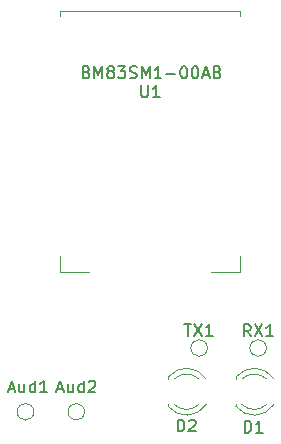
<source format=gbr>
%TF.GenerationSoftware,KiCad,Pcbnew,8.0.3*%
%TF.CreationDate,2024-07-23T20:10:18-07:00*%
%TF.ProjectId,BM-83 Carrier PCB,424d2d38-3320-4436-9172-726965722050,rev?*%
%TF.SameCoordinates,Original*%
%TF.FileFunction,Legend,Top*%
%TF.FilePolarity,Positive*%
%FSLAX46Y46*%
G04 Gerber Fmt 4.6, Leading zero omitted, Abs format (unit mm)*
G04 Created by KiCad (PCBNEW 8.0.3) date 2024-07-23 20:10:18*
%MOMM*%
%LPD*%
G01*
G04 APERTURE LIST*
%ADD10C,0.150000*%
%ADD11C,0.120000*%
G04 APERTURE END LIST*
D10*
X154557142Y-94206819D02*
X154223809Y-93730628D01*
X153985714Y-94206819D02*
X153985714Y-93206819D01*
X153985714Y-93206819D02*
X154366666Y-93206819D01*
X154366666Y-93206819D02*
X154461904Y-93254438D01*
X154461904Y-93254438D02*
X154509523Y-93302057D01*
X154509523Y-93302057D02*
X154557142Y-93397295D01*
X154557142Y-93397295D02*
X154557142Y-93540152D01*
X154557142Y-93540152D02*
X154509523Y-93635390D01*
X154509523Y-93635390D02*
X154461904Y-93683009D01*
X154461904Y-93683009D02*
X154366666Y-93730628D01*
X154366666Y-93730628D02*
X153985714Y-93730628D01*
X154890476Y-93206819D02*
X155557142Y-94206819D01*
X155557142Y-93206819D02*
X154890476Y-94206819D01*
X156461904Y-94206819D02*
X155890476Y-94206819D01*
X156176190Y-94206819D02*
X156176190Y-93206819D01*
X156176190Y-93206819D02*
X156080952Y-93349676D01*
X156080952Y-93349676D02*
X155985714Y-93444914D01*
X155985714Y-93444914D02*
X155890476Y-93492533D01*
X148961905Y-93154819D02*
X149533333Y-93154819D01*
X149247619Y-94154819D02*
X149247619Y-93154819D01*
X149771429Y-93154819D02*
X150438095Y-94154819D01*
X150438095Y-93154819D02*
X149771429Y-94154819D01*
X151342857Y-94154819D02*
X150771429Y-94154819D01*
X151057143Y-94154819D02*
X151057143Y-93154819D01*
X151057143Y-93154819D02*
X150961905Y-93297676D01*
X150961905Y-93297676D02*
X150866667Y-93392914D01*
X150866667Y-93392914D02*
X150771429Y-93440533D01*
X134080952Y-98669104D02*
X134557142Y-98669104D01*
X133985714Y-98954819D02*
X134319047Y-97954819D01*
X134319047Y-97954819D02*
X134652380Y-98954819D01*
X135414285Y-98288152D02*
X135414285Y-98954819D01*
X134985714Y-98288152D02*
X134985714Y-98811961D01*
X134985714Y-98811961D02*
X135033333Y-98907200D01*
X135033333Y-98907200D02*
X135128571Y-98954819D01*
X135128571Y-98954819D02*
X135271428Y-98954819D01*
X135271428Y-98954819D02*
X135366666Y-98907200D01*
X135366666Y-98907200D02*
X135414285Y-98859580D01*
X136319047Y-98954819D02*
X136319047Y-97954819D01*
X136319047Y-98907200D02*
X136223809Y-98954819D01*
X136223809Y-98954819D02*
X136033333Y-98954819D01*
X136033333Y-98954819D02*
X135938095Y-98907200D01*
X135938095Y-98907200D02*
X135890476Y-98859580D01*
X135890476Y-98859580D02*
X135842857Y-98764342D01*
X135842857Y-98764342D02*
X135842857Y-98478628D01*
X135842857Y-98478628D02*
X135890476Y-98383390D01*
X135890476Y-98383390D02*
X135938095Y-98335771D01*
X135938095Y-98335771D02*
X136033333Y-98288152D01*
X136033333Y-98288152D02*
X136223809Y-98288152D01*
X136223809Y-98288152D02*
X136319047Y-98335771D01*
X137319047Y-98954819D02*
X136747619Y-98954819D01*
X137033333Y-98954819D02*
X137033333Y-97954819D01*
X137033333Y-97954819D02*
X136938095Y-98097676D01*
X136938095Y-98097676D02*
X136842857Y-98192914D01*
X136842857Y-98192914D02*
X136747619Y-98240533D01*
X145288095Y-72954819D02*
X145288095Y-73764342D01*
X145288095Y-73764342D02*
X145335714Y-73859580D01*
X145335714Y-73859580D02*
X145383333Y-73907200D01*
X145383333Y-73907200D02*
X145478571Y-73954819D01*
X145478571Y-73954819D02*
X145669047Y-73954819D01*
X145669047Y-73954819D02*
X145764285Y-73907200D01*
X145764285Y-73907200D02*
X145811904Y-73859580D01*
X145811904Y-73859580D02*
X145859523Y-73764342D01*
X145859523Y-73764342D02*
X145859523Y-72954819D01*
X146859523Y-73954819D02*
X146288095Y-73954819D01*
X146573809Y-73954819D02*
X146573809Y-72954819D01*
X146573809Y-72954819D02*
X146478571Y-73097676D01*
X146478571Y-73097676D02*
X146383333Y-73192914D01*
X146383333Y-73192914D02*
X146288095Y-73240533D01*
X140670112Y-71831009D02*
X140812969Y-71878628D01*
X140812969Y-71878628D02*
X140860588Y-71926247D01*
X140860588Y-71926247D02*
X140908207Y-72021485D01*
X140908207Y-72021485D02*
X140908207Y-72164342D01*
X140908207Y-72164342D02*
X140860588Y-72259580D01*
X140860588Y-72259580D02*
X140812969Y-72307200D01*
X140812969Y-72307200D02*
X140717731Y-72354819D01*
X140717731Y-72354819D02*
X140336779Y-72354819D01*
X140336779Y-72354819D02*
X140336779Y-71354819D01*
X140336779Y-71354819D02*
X140670112Y-71354819D01*
X140670112Y-71354819D02*
X140765350Y-71402438D01*
X140765350Y-71402438D02*
X140812969Y-71450057D01*
X140812969Y-71450057D02*
X140860588Y-71545295D01*
X140860588Y-71545295D02*
X140860588Y-71640533D01*
X140860588Y-71640533D02*
X140812969Y-71735771D01*
X140812969Y-71735771D02*
X140765350Y-71783390D01*
X140765350Y-71783390D02*
X140670112Y-71831009D01*
X140670112Y-71831009D02*
X140336779Y-71831009D01*
X141336779Y-72354819D02*
X141336779Y-71354819D01*
X141336779Y-71354819D02*
X141670112Y-72069104D01*
X141670112Y-72069104D02*
X142003445Y-71354819D01*
X142003445Y-71354819D02*
X142003445Y-72354819D01*
X142622493Y-71783390D02*
X142527255Y-71735771D01*
X142527255Y-71735771D02*
X142479636Y-71688152D01*
X142479636Y-71688152D02*
X142432017Y-71592914D01*
X142432017Y-71592914D02*
X142432017Y-71545295D01*
X142432017Y-71545295D02*
X142479636Y-71450057D01*
X142479636Y-71450057D02*
X142527255Y-71402438D01*
X142527255Y-71402438D02*
X142622493Y-71354819D01*
X142622493Y-71354819D02*
X142812969Y-71354819D01*
X142812969Y-71354819D02*
X142908207Y-71402438D01*
X142908207Y-71402438D02*
X142955826Y-71450057D01*
X142955826Y-71450057D02*
X143003445Y-71545295D01*
X143003445Y-71545295D02*
X143003445Y-71592914D01*
X143003445Y-71592914D02*
X142955826Y-71688152D01*
X142955826Y-71688152D02*
X142908207Y-71735771D01*
X142908207Y-71735771D02*
X142812969Y-71783390D01*
X142812969Y-71783390D02*
X142622493Y-71783390D01*
X142622493Y-71783390D02*
X142527255Y-71831009D01*
X142527255Y-71831009D02*
X142479636Y-71878628D01*
X142479636Y-71878628D02*
X142432017Y-71973866D01*
X142432017Y-71973866D02*
X142432017Y-72164342D01*
X142432017Y-72164342D02*
X142479636Y-72259580D01*
X142479636Y-72259580D02*
X142527255Y-72307200D01*
X142527255Y-72307200D02*
X142622493Y-72354819D01*
X142622493Y-72354819D02*
X142812969Y-72354819D01*
X142812969Y-72354819D02*
X142908207Y-72307200D01*
X142908207Y-72307200D02*
X142955826Y-72259580D01*
X142955826Y-72259580D02*
X143003445Y-72164342D01*
X143003445Y-72164342D02*
X143003445Y-71973866D01*
X143003445Y-71973866D02*
X142955826Y-71878628D01*
X142955826Y-71878628D02*
X142908207Y-71831009D01*
X142908207Y-71831009D02*
X142812969Y-71783390D01*
X143336779Y-71354819D02*
X143955826Y-71354819D01*
X143955826Y-71354819D02*
X143622493Y-71735771D01*
X143622493Y-71735771D02*
X143765350Y-71735771D01*
X143765350Y-71735771D02*
X143860588Y-71783390D01*
X143860588Y-71783390D02*
X143908207Y-71831009D01*
X143908207Y-71831009D02*
X143955826Y-71926247D01*
X143955826Y-71926247D02*
X143955826Y-72164342D01*
X143955826Y-72164342D02*
X143908207Y-72259580D01*
X143908207Y-72259580D02*
X143860588Y-72307200D01*
X143860588Y-72307200D02*
X143765350Y-72354819D01*
X143765350Y-72354819D02*
X143479636Y-72354819D01*
X143479636Y-72354819D02*
X143384398Y-72307200D01*
X143384398Y-72307200D02*
X143336779Y-72259580D01*
X144336779Y-72307200D02*
X144479636Y-72354819D01*
X144479636Y-72354819D02*
X144717731Y-72354819D01*
X144717731Y-72354819D02*
X144812969Y-72307200D01*
X144812969Y-72307200D02*
X144860588Y-72259580D01*
X144860588Y-72259580D02*
X144908207Y-72164342D01*
X144908207Y-72164342D02*
X144908207Y-72069104D01*
X144908207Y-72069104D02*
X144860588Y-71973866D01*
X144860588Y-71973866D02*
X144812969Y-71926247D01*
X144812969Y-71926247D02*
X144717731Y-71878628D01*
X144717731Y-71878628D02*
X144527255Y-71831009D01*
X144527255Y-71831009D02*
X144432017Y-71783390D01*
X144432017Y-71783390D02*
X144384398Y-71735771D01*
X144384398Y-71735771D02*
X144336779Y-71640533D01*
X144336779Y-71640533D02*
X144336779Y-71545295D01*
X144336779Y-71545295D02*
X144384398Y-71450057D01*
X144384398Y-71450057D02*
X144432017Y-71402438D01*
X144432017Y-71402438D02*
X144527255Y-71354819D01*
X144527255Y-71354819D02*
X144765350Y-71354819D01*
X144765350Y-71354819D02*
X144908207Y-71402438D01*
X145336779Y-72354819D02*
X145336779Y-71354819D01*
X145336779Y-71354819D02*
X145670112Y-72069104D01*
X145670112Y-72069104D02*
X146003445Y-71354819D01*
X146003445Y-71354819D02*
X146003445Y-72354819D01*
X147003445Y-72354819D02*
X146432017Y-72354819D01*
X146717731Y-72354819D02*
X146717731Y-71354819D01*
X146717731Y-71354819D02*
X146622493Y-71497676D01*
X146622493Y-71497676D02*
X146527255Y-71592914D01*
X146527255Y-71592914D02*
X146432017Y-71640533D01*
X147432017Y-71973866D02*
X148193922Y-71973866D01*
X148860588Y-71354819D02*
X148955826Y-71354819D01*
X148955826Y-71354819D02*
X149051064Y-71402438D01*
X149051064Y-71402438D02*
X149098683Y-71450057D01*
X149098683Y-71450057D02*
X149146302Y-71545295D01*
X149146302Y-71545295D02*
X149193921Y-71735771D01*
X149193921Y-71735771D02*
X149193921Y-71973866D01*
X149193921Y-71973866D02*
X149146302Y-72164342D01*
X149146302Y-72164342D02*
X149098683Y-72259580D01*
X149098683Y-72259580D02*
X149051064Y-72307200D01*
X149051064Y-72307200D02*
X148955826Y-72354819D01*
X148955826Y-72354819D02*
X148860588Y-72354819D01*
X148860588Y-72354819D02*
X148765350Y-72307200D01*
X148765350Y-72307200D02*
X148717731Y-72259580D01*
X148717731Y-72259580D02*
X148670112Y-72164342D01*
X148670112Y-72164342D02*
X148622493Y-71973866D01*
X148622493Y-71973866D02*
X148622493Y-71735771D01*
X148622493Y-71735771D02*
X148670112Y-71545295D01*
X148670112Y-71545295D02*
X148717731Y-71450057D01*
X148717731Y-71450057D02*
X148765350Y-71402438D01*
X148765350Y-71402438D02*
X148860588Y-71354819D01*
X149812969Y-71354819D02*
X149908207Y-71354819D01*
X149908207Y-71354819D02*
X150003445Y-71402438D01*
X150003445Y-71402438D02*
X150051064Y-71450057D01*
X150051064Y-71450057D02*
X150098683Y-71545295D01*
X150098683Y-71545295D02*
X150146302Y-71735771D01*
X150146302Y-71735771D02*
X150146302Y-71973866D01*
X150146302Y-71973866D02*
X150098683Y-72164342D01*
X150098683Y-72164342D02*
X150051064Y-72259580D01*
X150051064Y-72259580D02*
X150003445Y-72307200D01*
X150003445Y-72307200D02*
X149908207Y-72354819D01*
X149908207Y-72354819D02*
X149812969Y-72354819D01*
X149812969Y-72354819D02*
X149717731Y-72307200D01*
X149717731Y-72307200D02*
X149670112Y-72259580D01*
X149670112Y-72259580D02*
X149622493Y-72164342D01*
X149622493Y-72164342D02*
X149574874Y-71973866D01*
X149574874Y-71973866D02*
X149574874Y-71735771D01*
X149574874Y-71735771D02*
X149622493Y-71545295D01*
X149622493Y-71545295D02*
X149670112Y-71450057D01*
X149670112Y-71450057D02*
X149717731Y-71402438D01*
X149717731Y-71402438D02*
X149812969Y-71354819D01*
X150527255Y-72069104D02*
X151003445Y-72069104D01*
X150432017Y-72354819D02*
X150765350Y-71354819D01*
X150765350Y-71354819D02*
X151098683Y-72354819D01*
X151765350Y-71831009D02*
X151908207Y-71878628D01*
X151908207Y-71878628D02*
X151955826Y-71926247D01*
X151955826Y-71926247D02*
X152003445Y-72021485D01*
X152003445Y-72021485D02*
X152003445Y-72164342D01*
X152003445Y-72164342D02*
X151955826Y-72259580D01*
X151955826Y-72259580D02*
X151908207Y-72307200D01*
X151908207Y-72307200D02*
X151812969Y-72354819D01*
X151812969Y-72354819D02*
X151432017Y-72354819D01*
X151432017Y-72354819D02*
X151432017Y-71354819D01*
X151432017Y-71354819D02*
X151765350Y-71354819D01*
X151765350Y-71354819D02*
X151860588Y-71402438D01*
X151860588Y-71402438D02*
X151908207Y-71450057D01*
X151908207Y-71450057D02*
X151955826Y-71545295D01*
X151955826Y-71545295D02*
X151955826Y-71640533D01*
X151955826Y-71640533D02*
X151908207Y-71735771D01*
X151908207Y-71735771D02*
X151860588Y-71783390D01*
X151860588Y-71783390D02*
X151765350Y-71831009D01*
X151765350Y-71831009D02*
X151432017Y-71831009D01*
X138180952Y-98669104D02*
X138657142Y-98669104D01*
X138085714Y-98954819D02*
X138419047Y-97954819D01*
X138419047Y-97954819D02*
X138752380Y-98954819D01*
X139514285Y-98288152D02*
X139514285Y-98954819D01*
X139085714Y-98288152D02*
X139085714Y-98811961D01*
X139085714Y-98811961D02*
X139133333Y-98907200D01*
X139133333Y-98907200D02*
X139228571Y-98954819D01*
X139228571Y-98954819D02*
X139371428Y-98954819D01*
X139371428Y-98954819D02*
X139466666Y-98907200D01*
X139466666Y-98907200D02*
X139514285Y-98859580D01*
X140419047Y-98954819D02*
X140419047Y-97954819D01*
X140419047Y-98907200D02*
X140323809Y-98954819D01*
X140323809Y-98954819D02*
X140133333Y-98954819D01*
X140133333Y-98954819D02*
X140038095Y-98907200D01*
X140038095Y-98907200D02*
X139990476Y-98859580D01*
X139990476Y-98859580D02*
X139942857Y-98764342D01*
X139942857Y-98764342D02*
X139942857Y-98478628D01*
X139942857Y-98478628D02*
X139990476Y-98383390D01*
X139990476Y-98383390D02*
X140038095Y-98335771D01*
X140038095Y-98335771D02*
X140133333Y-98288152D01*
X140133333Y-98288152D02*
X140323809Y-98288152D01*
X140323809Y-98288152D02*
X140419047Y-98335771D01*
X140847619Y-98050057D02*
X140895238Y-98002438D01*
X140895238Y-98002438D02*
X140990476Y-97954819D01*
X140990476Y-97954819D02*
X141228571Y-97954819D01*
X141228571Y-97954819D02*
X141323809Y-98002438D01*
X141323809Y-98002438D02*
X141371428Y-98050057D01*
X141371428Y-98050057D02*
X141419047Y-98145295D01*
X141419047Y-98145295D02*
X141419047Y-98240533D01*
X141419047Y-98240533D02*
X141371428Y-98383390D01*
X141371428Y-98383390D02*
X140800000Y-98954819D01*
X140800000Y-98954819D02*
X141419047Y-98954819D01*
X148391905Y-102254819D02*
X148391905Y-101254819D01*
X148391905Y-101254819D02*
X148630000Y-101254819D01*
X148630000Y-101254819D02*
X148772857Y-101302438D01*
X148772857Y-101302438D02*
X148868095Y-101397676D01*
X148868095Y-101397676D02*
X148915714Y-101492914D01*
X148915714Y-101492914D02*
X148963333Y-101683390D01*
X148963333Y-101683390D02*
X148963333Y-101826247D01*
X148963333Y-101826247D02*
X148915714Y-102016723D01*
X148915714Y-102016723D02*
X148868095Y-102111961D01*
X148868095Y-102111961D02*
X148772857Y-102207200D01*
X148772857Y-102207200D02*
X148630000Y-102254819D01*
X148630000Y-102254819D02*
X148391905Y-102254819D01*
X149344286Y-101350057D02*
X149391905Y-101302438D01*
X149391905Y-101302438D02*
X149487143Y-101254819D01*
X149487143Y-101254819D02*
X149725238Y-101254819D01*
X149725238Y-101254819D02*
X149820476Y-101302438D01*
X149820476Y-101302438D02*
X149868095Y-101350057D01*
X149868095Y-101350057D02*
X149915714Y-101445295D01*
X149915714Y-101445295D02*
X149915714Y-101540533D01*
X149915714Y-101540533D02*
X149868095Y-101683390D01*
X149868095Y-101683390D02*
X149296667Y-102254819D01*
X149296667Y-102254819D02*
X149915714Y-102254819D01*
X154061905Y-102354819D02*
X154061905Y-101354819D01*
X154061905Y-101354819D02*
X154300000Y-101354819D01*
X154300000Y-101354819D02*
X154442857Y-101402438D01*
X154442857Y-101402438D02*
X154538095Y-101497676D01*
X154538095Y-101497676D02*
X154585714Y-101592914D01*
X154585714Y-101592914D02*
X154633333Y-101783390D01*
X154633333Y-101783390D02*
X154633333Y-101926247D01*
X154633333Y-101926247D02*
X154585714Y-102116723D01*
X154585714Y-102116723D02*
X154538095Y-102211961D01*
X154538095Y-102211961D02*
X154442857Y-102307200D01*
X154442857Y-102307200D02*
X154300000Y-102354819D01*
X154300000Y-102354819D02*
X154061905Y-102354819D01*
X155585714Y-102354819D02*
X155014286Y-102354819D01*
X155300000Y-102354819D02*
X155300000Y-101354819D01*
X155300000Y-101354819D02*
X155204762Y-101497676D01*
X155204762Y-101497676D02*
X155109524Y-101592914D01*
X155109524Y-101592914D02*
X155014286Y-101640533D01*
D11*
%TO.C,RX1*%
X155900000Y-95200000D02*
G75*
G02*
X154500000Y-95200000I-700000J0D01*
G01*
X154500000Y-95200000D02*
G75*
G02*
X155900000Y-95200000I700000J0D01*
G01*
%TO.C,TX1*%
X150900000Y-95200000D02*
G75*
G02*
X149500000Y-95200000I-700000J0D01*
G01*
X149500000Y-95200000D02*
G75*
G02*
X150900000Y-95200000I700000J0D01*
G01*
%TO.C,Aud1*%
X136200000Y-100600000D02*
G75*
G02*
X134800000Y-100600000I-700000J0D01*
G01*
X134800000Y-100600000D02*
G75*
G02*
X136200000Y-100600000I700000J0D01*
G01*
%TO.C,U1*%
X138417300Y-66644000D02*
X153682700Y-66644000D01*
X138417300Y-67099180D02*
X138417300Y-66644000D01*
X138417300Y-88773000D02*
X138417300Y-87388700D01*
X140909040Y-88773000D02*
X138417300Y-88773000D01*
X153682700Y-66644000D02*
X153682700Y-67099180D01*
X153682700Y-87388700D02*
X153682700Y-88773000D01*
X153682700Y-88773000D02*
X151190960Y-88773000D01*
%TO.C,Aud2*%
X140500000Y-100600000D02*
G75*
G02*
X139100000Y-100600000I-700000J0D01*
G01*
X139100000Y-100600000D02*
G75*
G02*
X140500000Y-100600000I700000J0D01*
G01*
%TO.C,D2*%
X147570000Y-97664000D02*
X147570000Y-97820000D01*
X147570000Y-99980000D02*
X147570000Y-100136000D01*
X147570000Y-97664484D02*
G75*
G02*
X150802335Y-97821392I1560000J-1235516D01*
G01*
X148089039Y-97820000D02*
G75*
G02*
X150171130Y-97820163I1040961J-1080000D01*
G01*
X150171130Y-99979837D02*
G75*
G02*
X148089039Y-99980000I-1041130J1079837D01*
G01*
X150802335Y-99978608D02*
G75*
G02*
X147570000Y-100135516I-1672335J1078608D01*
G01*
%TO.C,D1*%
X153310000Y-97664000D02*
X153310000Y-97820000D01*
X153310000Y-99980000D02*
X153310000Y-100136000D01*
X153310000Y-97664484D02*
G75*
G02*
X156542335Y-97821392I1560000J-1235516D01*
G01*
X153829039Y-97820000D02*
G75*
G02*
X155911130Y-97820163I1040961J-1080000D01*
G01*
X155911130Y-99979837D02*
G75*
G02*
X153829039Y-99980000I-1041130J1079837D01*
G01*
X156542335Y-99978608D02*
G75*
G02*
X153310000Y-100135516I-1672335J1078608D01*
G01*
%TD*%
M02*

</source>
